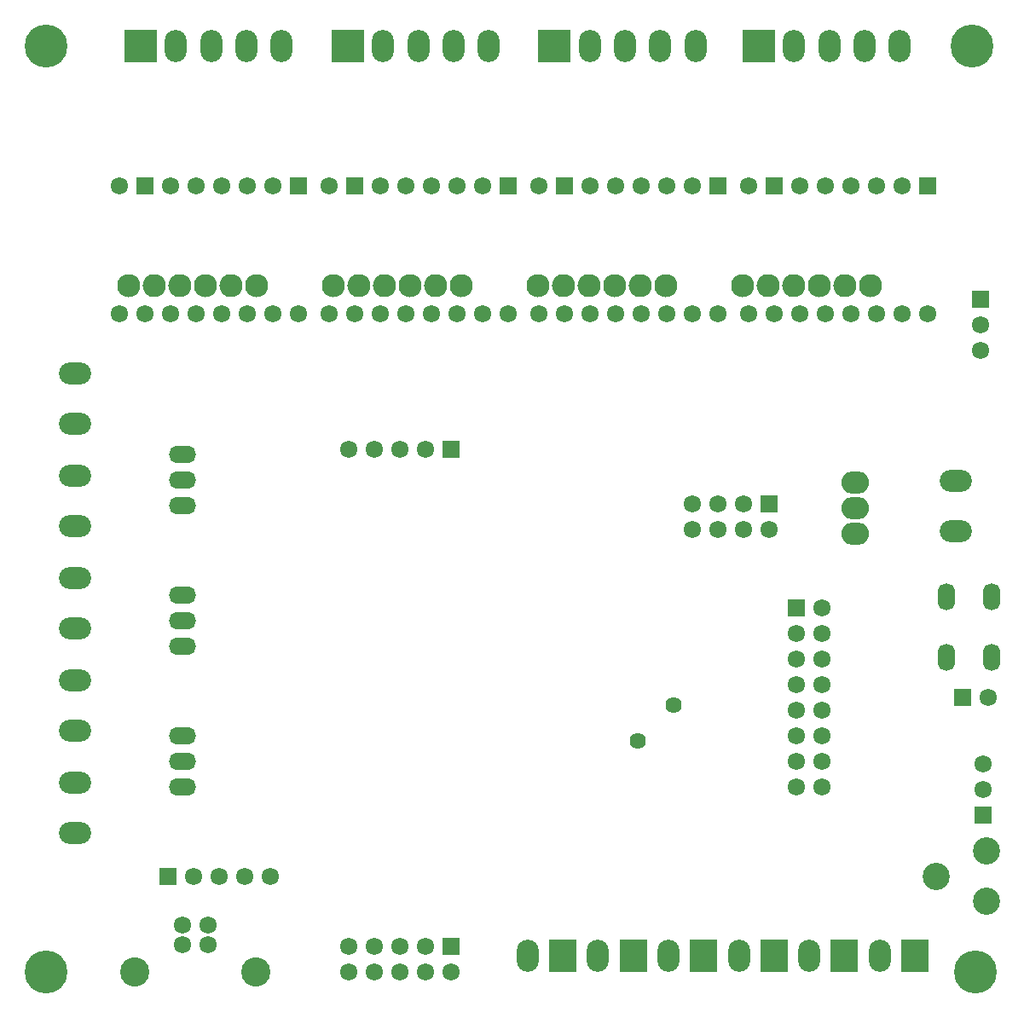
<source format=gbs>
G04 (created by PCBNEW (2013-mar-13)-testing) date wto, 15 kwi 2014, 21:51:24*
%MOIN*%
G04 Gerber Fmt 3.4, Leading zero omitted, Abs format*
%FSLAX34Y34*%
G01*
G70*
G90*
G04 APERTURE LIST*
%ADD10C,0.005906*%
%ADD11O,0.106274X0.066974*%
%ADD12C,0.067874*%
%ADD13C,0.114174*%
%ADD14R,0.067874X0.067874*%
%ADD15O,0.125984X0.086614*%
%ADD16C,0.167874*%
%ADD17C,0.063874*%
%ADD18O,0.066874X0.106274*%
%ADD19O,0.067874X0.106274*%
%ADD20O,0.107874X0.087874*%
%ADD21O,0.090551X0.090551*%
%ADD22C,0.090551*%
%ADD23C,0.106274*%
%ADD24R,0.125984X0.125984*%
%ADD25O,0.086614X0.125984*%
%ADD26R,0.106299X0.125984*%
G04 APERTURE END LIST*
G54D10*
G54D11*
X6905Y-29559D03*
X6905Y-30559D03*
X6905Y-28559D03*
X6905Y-24059D03*
X6905Y-25059D03*
X6905Y-23059D03*
X6905Y-18559D03*
X6905Y-19559D03*
X6905Y-17559D03*
G54D12*
X7905Y-35946D03*
X6905Y-35946D03*
X6905Y-36733D03*
X7905Y-36733D03*
G54D13*
X9767Y-37796D03*
X5043Y-37796D03*
G54D14*
X11461Y-7059D03*
G54D12*
X10461Y-7059D03*
X9461Y-7059D03*
X8461Y-7059D03*
X7461Y-7059D03*
X6461Y-7059D03*
G54D14*
X5461Y-7059D03*
G54D12*
X4461Y-7059D03*
X4461Y-12059D03*
X5461Y-12059D03*
X6461Y-12059D03*
X7461Y-12059D03*
X8461Y-12059D03*
X9461Y-12059D03*
X10461Y-12059D03*
X11461Y-12059D03*
G54D15*
X2705Y-16343D03*
X2705Y-14374D03*
X2705Y-18374D03*
X2705Y-20343D03*
X2705Y-26374D03*
X2705Y-28343D03*
X2705Y-30374D03*
X2705Y-32343D03*
X37155Y-18574D03*
X37155Y-20543D03*
G54D14*
X38205Y-31659D03*
G54D12*
X38205Y-30659D03*
X38205Y-29659D03*
G54D14*
X6355Y-34046D03*
G54D12*
X7355Y-34046D03*
X8355Y-34046D03*
X9355Y-34046D03*
X10355Y-34046D03*
G54D14*
X17405Y-36796D03*
G54D12*
X17405Y-37796D03*
X16405Y-36796D03*
X16405Y-37796D03*
X15405Y-36796D03*
X15405Y-37796D03*
X14405Y-36796D03*
X14405Y-37796D03*
X13405Y-36796D03*
X13405Y-37796D03*
G54D16*
X1574Y-1574D03*
X37795Y-1574D03*
X1574Y-37795D03*
X37905Y-37796D03*
G54D17*
X24698Y-28766D03*
X26112Y-27351D03*
G54D18*
X36770Y-25489D03*
G54D19*
X38540Y-25489D03*
G54D18*
X36770Y-23129D03*
X38540Y-23129D03*
G54D14*
X36052Y-7059D03*
G54D12*
X35052Y-7059D03*
X34052Y-7059D03*
X33052Y-7059D03*
X32052Y-7059D03*
X31052Y-7059D03*
G54D14*
X30052Y-7059D03*
G54D12*
X29052Y-7059D03*
X29052Y-12059D03*
X30052Y-12059D03*
X31052Y-12059D03*
X32052Y-12059D03*
X33052Y-12059D03*
X34052Y-12059D03*
X35052Y-12059D03*
X36052Y-12059D03*
G54D14*
X19658Y-7059D03*
G54D12*
X18658Y-7059D03*
X17658Y-7059D03*
X16658Y-7059D03*
X15658Y-7059D03*
X14658Y-7059D03*
G54D14*
X13658Y-7059D03*
G54D12*
X12658Y-7059D03*
X12658Y-12059D03*
X13658Y-12059D03*
X14658Y-12059D03*
X15658Y-12059D03*
X16658Y-12059D03*
X17658Y-12059D03*
X18658Y-12059D03*
X19658Y-12059D03*
G54D14*
X27855Y-7059D03*
G54D12*
X26855Y-7059D03*
X25855Y-7059D03*
X24855Y-7059D03*
X23855Y-7059D03*
X22855Y-7059D03*
G54D14*
X21855Y-7059D03*
G54D12*
X20855Y-7059D03*
X20855Y-12059D03*
X21855Y-12059D03*
X22855Y-12059D03*
X23855Y-12059D03*
X24855Y-12059D03*
X25855Y-12059D03*
X26855Y-12059D03*
X27855Y-12059D03*
G54D20*
X33205Y-19659D03*
X33205Y-20659D03*
X33205Y-18659D03*
G54D15*
X2705Y-24343D03*
X2705Y-22374D03*
G54D14*
X37405Y-27059D03*
G54D12*
X38405Y-27059D03*
G54D21*
X29805Y-10959D03*
G54D22*
X28805Y-10959D03*
G54D21*
X13805Y-10959D03*
G54D22*
X12805Y-10959D03*
G54D21*
X21805Y-10959D03*
G54D22*
X20805Y-10959D03*
G54D21*
X30805Y-10959D03*
G54D22*
X31805Y-10959D03*
G54D21*
X14805Y-10959D03*
G54D22*
X15805Y-10959D03*
G54D21*
X22805Y-10959D03*
G54D22*
X23805Y-10959D03*
G54D21*
X6805Y-10959D03*
G54D22*
X7805Y-10959D03*
G54D21*
X8805Y-10959D03*
G54D22*
X9805Y-10959D03*
G54D21*
X32805Y-10959D03*
G54D22*
X33805Y-10959D03*
G54D21*
X16805Y-10959D03*
G54D22*
X17805Y-10959D03*
G54D21*
X24805Y-10959D03*
G54D22*
X25805Y-10959D03*
G54D21*
X5805Y-10959D03*
G54D22*
X4805Y-10959D03*
G54D14*
X17405Y-17359D03*
G54D12*
X16405Y-17359D03*
X15405Y-17359D03*
X14405Y-17359D03*
X13405Y-17359D03*
G54D14*
X30905Y-23559D03*
G54D12*
X31905Y-23559D03*
X30905Y-24559D03*
X31905Y-24559D03*
X30905Y-25559D03*
X31905Y-25559D03*
X30905Y-26559D03*
X31905Y-26559D03*
X30905Y-27559D03*
X31905Y-27559D03*
X30905Y-28559D03*
X31905Y-28559D03*
X30905Y-29559D03*
X31905Y-29559D03*
X30905Y-30559D03*
X31905Y-30559D03*
G54D23*
X36371Y-34046D03*
X38339Y-33062D03*
X38339Y-35030D03*
G54D14*
X29855Y-19496D03*
G54D12*
X29855Y-20496D03*
X28855Y-19496D03*
X28855Y-20496D03*
X27855Y-19496D03*
X27855Y-20496D03*
X26855Y-19496D03*
X26855Y-20496D03*
G54D24*
X29448Y-1574D03*
G54D25*
X30826Y-1574D03*
X32204Y-1574D03*
X33582Y-1574D03*
X34960Y-1574D03*
G54D24*
X21456Y-1574D03*
G54D25*
X22834Y-1574D03*
X24212Y-1574D03*
X25590Y-1574D03*
X26968Y-1574D03*
G54D24*
X13385Y-1574D03*
G54D25*
X14763Y-1574D03*
X16141Y-1574D03*
X17519Y-1574D03*
X18897Y-1574D03*
G54D24*
X5275Y-1574D03*
G54D25*
X6653Y-1574D03*
X8031Y-1574D03*
X9409Y-1574D03*
X10787Y-1574D03*
G54D26*
X35554Y-37159D03*
G54D25*
X34176Y-37159D03*
G54D26*
X30054Y-37159D03*
G54D25*
X28676Y-37159D03*
G54D26*
X24534Y-37159D03*
G54D25*
X23156Y-37159D03*
G54D26*
X21794Y-37159D03*
G54D25*
X20416Y-37159D03*
G54D26*
X32794Y-37159D03*
G54D25*
X31416Y-37159D03*
G54D26*
X27294Y-37159D03*
G54D25*
X25916Y-37159D03*
G54D14*
X38105Y-11496D03*
G54D12*
X38105Y-12496D03*
X38105Y-13496D03*
M02*

</source>
